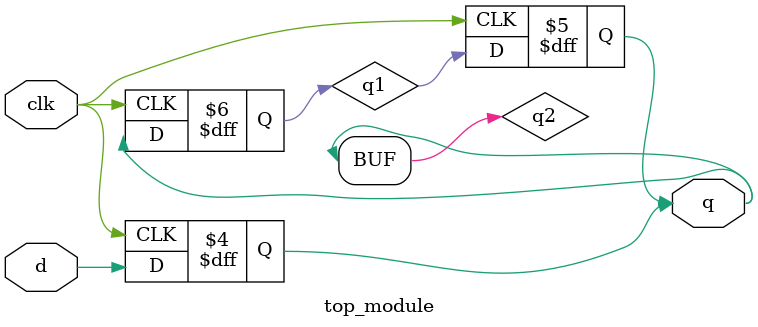
<source format=sv>
module top_module(
  input clk,
  input d,
  output reg q);

reg q1, q2;

always @(posedge clk) begin
  q1 <= q;
end

always @(negedge clk) begin
  q2 <= q1;
end

always @(posedge clk) begin
  q <= d;
end

assign q = q2;

endmodule

</source>
